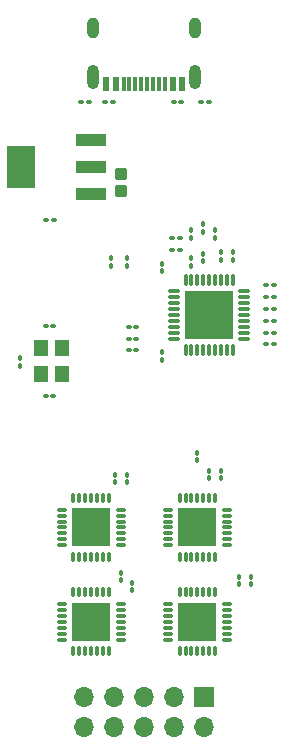
<source format=gts>
%TF.GenerationSoftware,KiCad,Pcbnew,8.0.8*%
%TF.CreationDate,2025-04-09T23:46:09+08:00*%
%TF.ProjectId,usb-4uart,7573622d-3475-4617-9274-2e6b69636164,rev?*%
%TF.SameCoordinates,Original*%
%TF.FileFunction,Soldermask,Top*%
%TF.FilePolarity,Negative*%
%FSLAX46Y46*%
G04 Gerber Fmt 4.6, Leading zero omitted, Abs format (unit mm)*
G04 Created by KiCad (PCBNEW 8.0.8) date 2025-04-09 23:46:09*
%MOMM*%
%LPD*%
G01*
G04 APERTURE LIST*
G04 Aperture macros list*
%AMRoundRect*
0 Rectangle with rounded corners*
0 $1 Rounding radius*
0 $2 $3 $4 $5 $6 $7 $8 $9 X,Y pos of 4 corners*
0 Add a 4 corners polygon primitive as box body*
4,1,4,$2,$3,$4,$5,$6,$7,$8,$9,$2,$3,0*
0 Add four circle primitives for the rounded corners*
1,1,$1+$1,$2,$3*
1,1,$1+$1,$4,$5*
1,1,$1+$1,$6,$7*
1,1,$1+$1,$8,$9*
0 Add four rect primitives between the rounded corners*
20,1,$1+$1,$2,$3,$4,$5,0*
20,1,$1+$1,$4,$5,$6,$7,0*
20,1,$1+$1,$6,$7,$8,$9,0*
20,1,$1+$1,$8,$9,$2,$3,0*%
G04 Aperture macros list end*
%ADD10RoundRect,0.100000X0.130000X0.100000X-0.130000X0.100000X-0.130000X-0.100000X0.130000X-0.100000X0*%
%ADD11RoundRect,0.100000X-0.130000X-0.100000X0.130000X-0.100000X0.130000X0.100000X-0.130000X0.100000X0*%
%ADD12RoundRect,0.100000X0.100000X-0.130000X0.100000X0.130000X-0.100000X0.130000X-0.100000X-0.130000X0*%
%ADD13O,0.280000X1.100000*%
%ADD14O,1.100000X0.280000*%
%ADD15R,4.100000X4.100000*%
%ADD16RoundRect,0.100000X-0.100000X0.130000X-0.100000X-0.130000X0.100000X-0.130000X0.100000X0.130000X0*%
%ADD17O,0.900000X0.280000*%
%ADD18O,0.280000X0.900000*%
%ADD19R,3.200000X3.200000*%
%ADD20O,1.000000X2.100000*%
%ADD21O,1.000000X1.800000*%
%ADD22R,0.600000X1.150000*%
%ADD23R,0.300000X1.150000*%
%ADD24R,1.700000X1.700000*%
%ADD25O,1.700000X1.700000*%
%ADD26RoundRect,0.250000X-0.275000X0.287500X-0.275000X-0.287500X0.275000X-0.287500X0.275000X0.287500X0*%
%ADD27R,1.200000X1.400000*%
%ADD28R,2.500000X1.100000*%
%ADD29R,2.340000X3.600000*%
G04 APERTURE END LIST*
D10*
%TO.C,C8*%
X31820000Y-46500000D03*
X31180000Y-46500000D03*
%TD*%
%TO.C,R2*%
X27820000Y-26500000D03*
X27180000Y-26500000D03*
%TD*%
D11*
%TO.C,C4*%
X42835000Y-45000000D03*
X43475000Y-45000000D03*
%TD*%
D12*
%TO.C,C19*%
X31000000Y-58665000D03*
X31000000Y-58025000D03*
%TD*%
%TO.C,C21*%
X31500000Y-67820000D03*
X31500000Y-67180000D03*
%TD*%
D10*
%TO.C,R4*%
X43475000Y-46000000D03*
X42835000Y-46000000D03*
%TD*%
D11*
%TO.C,D1*%
X24180000Y-36500000D03*
X24820000Y-36500000D03*
%TD*%
D12*
%TO.C,R12*%
X36500000Y-40320000D03*
X36500000Y-39680000D03*
%TD*%
D11*
%TO.C,R1*%
X37335000Y-26500000D03*
X37975000Y-26500000D03*
%TD*%
D13*
%TO.C,U2*%
X36000000Y-47472000D03*
X36500000Y-47472000D03*
X37000000Y-47472000D03*
X37500000Y-47472000D03*
X38000000Y-47472000D03*
X38500000Y-47472000D03*
X39000000Y-47472000D03*
X39500000Y-47472000D03*
X40000000Y-47472000D03*
D14*
X40972000Y-46500000D03*
X40972000Y-46000000D03*
X40972000Y-45500000D03*
X40972000Y-45000000D03*
X40972000Y-44500000D03*
X40972000Y-44000000D03*
X40972000Y-43500000D03*
X40972000Y-43000000D03*
X40972000Y-42500000D03*
D13*
X40000000Y-41528000D03*
X39500000Y-41528000D03*
X39000000Y-41528000D03*
X38500000Y-41528000D03*
X38000000Y-41528000D03*
X37500000Y-41528000D03*
X37000000Y-41528000D03*
X36500000Y-41528000D03*
X36000000Y-41528000D03*
D14*
X35028000Y-42500000D03*
X35028000Y-43000000D03*
X35028000Y-43500000D03*
X35028000Y-44000000D03*
X35028000Y-44500000D03*
X35028000Y-45000000D03*
X35028000Y-45500000D03*
X35028000Y-46000000D03*
X35028000Y-46500000D03*
D15*
X38000000Y-44500000D03*
%TD*%
D16*
%TO.C,R6*%
X22000000Y-48180000D03*
X22000000Y-48820000D03*
%TD*%
D12*
%TO.C,R9*%
X38500000Y-37975000D03*
X38500000Y-37335000D03*
%TD*%
%TO.C,R13*%
X39000000Y-39820000D03*
X39000000Y-39180000D03*
%TD*%
D10*
%TO.C,C10*%
X35500000Y-38000000D03*
X34860000Y-38000000D03*
%TD*%
D17*
%TO.C,U6*%
X39500000Y-72001500D03*
X39500000Y-71501000D03*
X39500000Y-71000500D03*
X39500000Y-70500000D03*
X39500000Y-69999500D03*
X39500000Y-69499500D03*
X39500000Y-68999000D03*
D18*
X38501500Y-68000000D03*
X38001000Y-68000000D03*
X37500500Y-68000000D03*
X37000000Y-68000000D03*
X36499500Y-68000000D03*
X35999500Y-68000000D03*
X35499000Y-68000000D03*
D17*
X34500000Y-68999000D03*
X34500000Y-69499500D03*
X34500000Y-69999500D03*
X34500000Y-70500000D03*
X34500000Y-71000500D03*
X34500000Y-71501000D03*
X34500000Y-72001500D03*
D18*
X35499000Y-73000000D03*
X35999500Y-73000000D03*
X36499500Y-73000000D03*
X37000000Y-73000000D03*
X37500500Y-73000000D03*
X38001000Y-73000000D03*
X38501500Y-73000000D03*
D19*
X37000000Y-70500000D03*
%TD*%
D10*
%TO.C,C14*%
X35500000Y-39000000D03*
X34860000Y-39000000D03*
%TD*%
D20*
%TO.C,USB1*%
X36820000Y-24382200D03*
X28180000Y-24382200D03*
D21*
X36820000Y-20232200D03*
X28180000Y-20232200D03*
D22*
X35700000Y-24957200D03*
X34900000Y-24957200D03*
D23*
X33750000Y-24957200D03*
X32750000Y-24957200D03*
X32250000Y-24957200D03*
X31250000Y-24957200D03*
D22*
X29300000Y-24957200D03*
X30100000Y-24957200D03*
D23*
X30750000Y-24957200D03*
X31750000Y-24957200D03*
X33250000Y-24957200D03*
X34250000Y-24957200D03*
%TD*%
D12*
%TO.C,C18*%
X30000000Y-58665000D03*
X30000000Y-58025000D03*
%TD*%
D17*
%TO.C,U4*%
X30500000Y-72001500D03*
X30500000Y-71501000D03*
X30500000Y-71000500D03*
X30500000Y-70500000D03*
X30500000Y-69999500D03*
X30500000Y-69499500D03*
X30500000Y-68999000D03*
D18*
X29501500Y-68000000D03*
X29001000Y-68000000D03*
X28500500Y-68000000D03*
X28000000Y-68000000D03*
X27499500Y-68000000D03*
X26999500Y-68000000D03*
X26499000Y-68000000D03*
D17*
X25500000Y-68999000D03*
X25500000Y-69499500D03*
X25500000Y-69999500D03*
X25500000Y-70500000D03*
X25500000Y-71000500D03*
X25500000Y-71501000D03*
X25500000Y-72001500D03*
D18*
X26499000Y-73000000D03*
X26999500Y-73000000D03*
X27499500Y-73000000D03*
X28000000Y-73000000D03*
X28500500Y-73000000D03*
X29001000Y-73000000D03*
X29501500Y-73000000D03*
D19*
X28000000Y-70500000D03*
%TD*%
D16*
%TO.C,C15*%
X34000000Y-47680000D03*
X34000000Y-48320000D03*
%TD*%
D24*
%TO.C,J1*%
X37575000Y-76850000D03*
D25*
X37575000Y-79390000D03*
X35035000Y-76850000D03*
X35035000Y-79390000D03*
X32495000Y-76850000D03*
X32495000Y-79390000D03*
X29955000Y-76850000D03*
X29955000Y-79390000D03*
X27415000Y-76850000D03*
X27415000Y-79390000D03*
%TD*%
D12*
%TO.C,C25*%
X41500000Y-67320000D03*
X41500000Y-66680000D03*
%TD*%
%TO.C,C20*%
X30500000Y-66975000D03*
X30500000Y-66335000D03*
%TD*%
D11*
%TO.C,C6*%
X24150000Y-51400000D03*
X24790000Y-51400000D03*
%TD*%
D17*
%TO.C,U5*%
X39500000Y-64001500D03*
X39500000Y-63501000D03*
X39500000Y-63000500D03*
X39500000Y-62500000D03*
X39500000Y-61999500D03*
X39500000Y-61499500D03*
X39500000Y-60999000D03*
D18*
X38501500Y-60000000D03*
X38001000Y-60000000D03*
X37500500Y-60000000D03*
X37000000Y-60000000D03*
X36499500Y-60000000D03*
X35999500Y-60000000D03*
X35499000Y-60000000D03*
D17*
X34500000Y-60999000D03*
X34500000Y-61499500D03*
X34500000Y-61999500D03*
X34500000Y-62500000D03*
X34500000Y-63000500D03*
X34500000Y-63501000D03*
X34500000Y-64001500D03*
D18*
X35499000Y-65000000D03*
X35999500Y-65000000D03*
X36499500Y-65000000D03*
X37000000Y-65000000D03*
X37500500Y-65000000D03*
X38001000Y-65000000D03*
X38501500Y-65000000D03*
D19*
X37000000Y-62500000D03*
%TD*%
D16*
%TO.C,C23*%
X38000000Y-57680000D03*
X38000000Y-58320000D03*
%TD*%
D12*
%TO.C,C11*%
X37500000Y-37475000D03*
X37500000Y-36835000D03*
%TD*%
%TO.C,R7*%
X36500000Y-37975000D03*
X36500000Y-37335000D03*
%TD*%
D16*
%TO.C,R10*%
X31000000Y-39680000D03*
X31000000Y-40320000D03*
%TD*%
D11*
%TO.C,C5*%
X42835000Y-44000000D03*
X43475000Y-44000000D03*
%TD*%
D16*
%TO.C,C22*%
X39000000Y-57680000D03*
X39000000Y-58320000D03*
%TD*%
D17*
%TO.C,U3*%
X30500500Y-64001500D03*
X30500500Y-63501000D03*
X30500500Y-63000500D03*
X30500500Y-62500000D03*
X30500500Y-61999500D03*
X30500500Y-61499500D03*
X30500500Y-60999000D03*
D18*
X29502000Y-60000000D03*
X29001500Y-60000000D03*
X28501000Y-60000000D03*
X28000500Y-60000000D03*
X27500000Y-60000000D03*
X27000000Y-60000000D03*
X26499500Y-60000000D03*
D17*
X25500500Y-60999000D03*
X25500500Y-61499500D03*
X25500500Y-61999500D03*
X25500500Y-62500000D03*
X25500500Y-63000500D03*
X25500500Y-63501000D03*
X25500500Y-64001500D03*
D18*
X26499500Y-65000000D03*
X27000000Y-65000000D03*
X27500000Y-65000000D03*
X28000500Y-65000000D03*
X28501000Y-65000000D03*
X29001500Y-65000000D03*
X29502000Y-65000000D03*
D19*
X28000500Y-62500000D03*
%TD*%
D10*
%TO.C,C9*%
X31820000Y-45500000D03*
X31180000Y-45500000D03*
%TD*%
D26*
%TO.C,C3*%
X30500000Y-32575000D03*
X30500000Y-34000000D03*
%TD*%
D10*
%TO.C,C2*%
X29820000Y-26500000D03*
X29180000Y-26500000D03*
%TD*%
D12*
%TO.C,C13*%
X34000000Y-40820000D03*
X34000000Y-40180000D03*
%TD*%
D11*
%TO.C,C17*%
X42835000Y-47000000D03*
X43475000Y-47000000D03*
%TD*%
D12*
%TO.C,R14*%
X40000000Y-39820000D03*
X40000000Y-39180000D03*
%TD*%
D27*
%TO.C,X1*%
X23800000Y-47300000D03*
X23800000Y-49500000D03*
X25500000Y-49500000D03*
X25500000Y-47300000D03*
%TD*%
D11*
%TO.C,C1*%
X35000000Y-26500000D03*
X35640000Y-26500000D03*
%TD*%
%TO.C,C12*%
X42835000Y-43000000D03*
X43475000Y-43000000D03*
%TD*%
%TO.C,C7*%
X24150000Y-45400000D03*
X24790000Y-45400000D03*
%TD*%
D16*
%TO.C,R11*%
X29680000Y-39680000D03*
X29680000Y-40320000D03*
%TD*%
D12*
%TO.C,C24*%
X40500000Y-67320000D03*
X40500000Y-66680000D03*
%TD*%
D16*
%TO.C,C16*%
X37000000Y-56180000D03*
X37000000Y-56820000D03*
%TD*%
D10*
%TO.C,R5*%
X43475000Y-42000000D03*
X42835000Y-42000000D03*
%TD*%
D12*
%TO.C,R8*%
X37500000Y-39975000D03*
X37500000Y-39335000D03*
%TD*%
D10*
%TO.C,R3*%
X31820000Y-47500000D03*
X31180000Y-47500000D03*
%TD*%
D28*
%TO.C,U1*%
X27970000Y-34300000D03*
X27970000Y-32000000D03*
X27970000Y-29700000D03*
D29*
X22030000Y-32000000D03*
%TD*%
M02*

</source>
